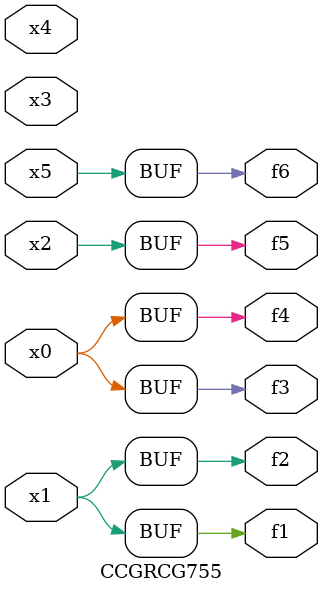
<source format=v>
module CCGRCG755(
	input x0, x1, x2, x3, x4, x5,
	output f1, f2, f3, f4, f5, f6
);
	assign f1 = x1;
	assign f2 = x1;
	assign f3 = x0;
	assign f4 = x0;
	assign f5 = x2;
	assign f6 = x5;
endmodule

</source>
